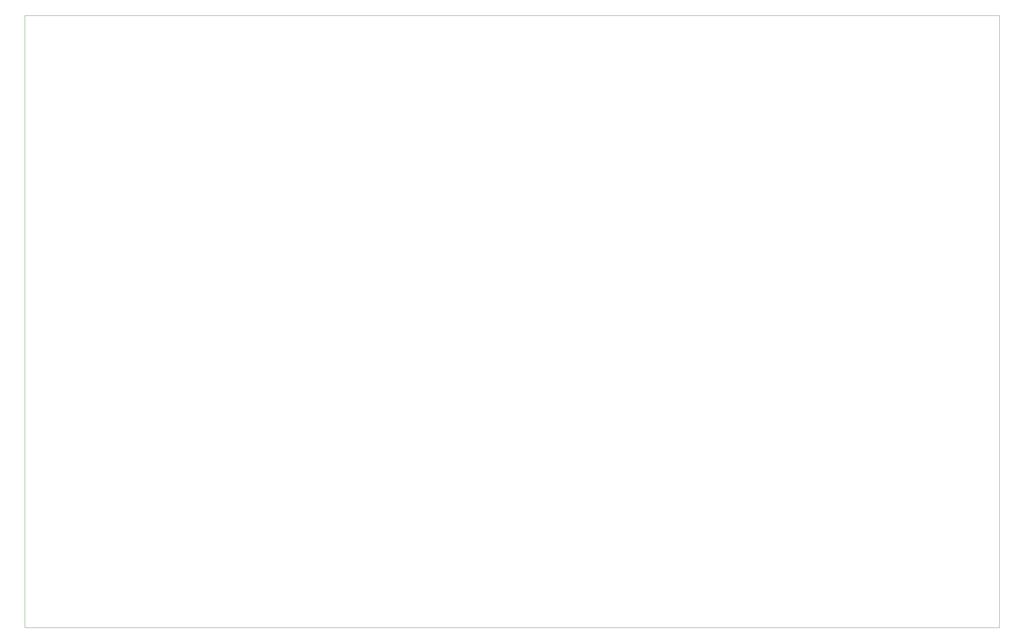
<source format=gbr>
G04 #@! TF.GenerationSoftware,KiCad,Pcbnew,5.1.6-c6e7f7d~87~ubuntu18.04.1*
G04 #@! TF.CreationDate,2020-08-14T22:16:59+05:30*
G04 #@! TF.ProjectId,Aardonyx,41617264-6f6e-4797-982e-6b696361645f,v1.0*
G04 #@! TF.SameCoordinates,Original*
G04 #@! TF.FileFunction,Profile,NP*
%FSLAX46Y46*%
G04 Gerber Fmt 4.6, Leading zero omitted, Abs format (unit mm)*
G04 Created by KiCad (PCBNEW 5.1.6-c6e7f7d~87~ubuntu18.04.1) date 2020-08-14 22:16:59*
%MOMM*%
%LPD*%
G01*
G04 APERTURE LIST*
G04 #@! TA.AperFunction,Profile*
%ADD10C,0.100000*%
G04 #@! TD*
G04 APERTURE END LIST*
D10*
X43561000Y-162560000D02*
X43561000Y-11684000D01*
X283824680Y-162562540D02*
X43561000Y-162557460D01*
X283824680Y-11684000D02*
X283824680Y-162560000D01*
X43561000Y-11684000D02*
X283824680Y-11684000D01*
M02*

</source>
